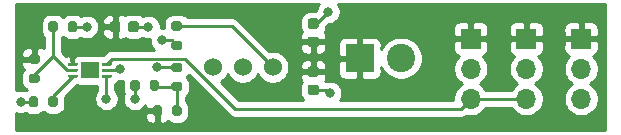
<source format=gbr>
G04 #@! TF.GenerationSoftware,KiCad,Pcbnew,(5.1.8)-1*
G04 #@! TF.CreationDate,2021-02-01T15:12:03-08:00*
G04 #@! TF.ProjectId,Modular_pwm_dac_LTC6992,4d6f6475-6c61-4725-9f70-776d5f646163,rev?*
G04 #@! TF.SameCoordinates,Original*
G04 #@! TF.FileFunction,Copper,L1,Top*
G04 #@! TF.FilePolarity,Positive*
%FSLAX46Y46*%
G04 Gerber Fmt 4.6, Leading zero omitted, Abs format (unit mm)*
G04 Created by KiCad (PCBNEW (5.1.8)-1) date 2021-02-01 15:12:03*
%MOMM*%
%LPD*%
G01*
G04 APERTURE LIST*
G04 #@! TA.AperFunction,ComponentPad*
%ADD10O,1.700000X1.700000*%
G04 #@! TD*
G04 #@! TA.AperFunction,ComponentPad*
%ADD11R,1.700000X1.700000*%
G04 #@! TD*
G04 #@! TA.AperFunction,ComponentPad*
%ADD12R,2.400000X2.400000*%
G04 #@! TD*
G04 #@! TA.AperFunction,ComponentPad*
%ADD13C,2.400000*%
G04 #@! TD*
G04 #@! TA.AperFunction,ComponentPad*
%ADD14C,1.524000*%
G04 #@! TD*
G04 #@! TA.AperFunction,SMDPad,CuDef*
%ADD15R,1.650000X1.350000*%
G04 #@! TD*
G04 #@! TA.AperFunction,ViaPad*
%ADD16C,0.800000*%
G04 #@! TD*
G04 #@! TA.AperFunction,Conductor*
%ADD17C,0.250000*%
G04 #@! TD*
G04 #@! TA.AperFunction,Conductor*
%ADD18C,0.254000*%
G04 #@! TD*
G04 #@! TA.AperFunction,Conductor*
%ADD19C,0.100000*%
G04 #@! TD*
G04 APERTURE END LIST*
D10*
X157924500Y-46736000D03*
X157924500Y-44196000D03*
D11*
X157924500Y-41656000D03*
D10*
X153289000Y-46736000D03*
X153289000Y-44196000D03*
D11*
X153289000Y-41656000D03*
G04 #@! TA.AperFunction,SMDPad,CuDef*
G36*
G01*
X135005000Y-45537000D02*
X135505000Y-45537000D01*
G75*
G02*
X135730000Y-45762000I0J-225000D01*
G01*
X135730000Y-46212000D01*
G75*
G02*
X135505000Y-46437000I-225000J0D01*
G01*
X135005000Y-46437000D01*
G75*
G02*
X134780000Y-46212000I0J225000D01*
G01*
X134780000Y-45762000D01*
G75*
G02*
X135005000Y-45537000I225000J0D01*
G01*
G37*
G04 #@! TD.AperFunction*
G04 #@! TA.AperFunction,SMDPad,CuDef*
G36*
G01*
X135005000Y-43987000D02*
X135505000Y-43987000D01*
G75*
G02*
X135730000Y-44212000I0J-225000D01*
G01*
X135730000Y-44662000D01*
G75*
G02*
X135505000Y-44887000I-225000J0D01*
G01*
X135005000Y-44887000D01*
G75*
G02*
X134780000Y-44662000I0J225000D01*
G01*
X134780000Y-44212000D01*
G75*
G02*
X135005000Y-43987000I225000J0D01*
G01*
G37*
G04 #@! TD.AperFunction*
G04 #@! TA.AperFunction,SMDPad,CuDef*
G36*
G01*
X135505000Y-42373000D02*
X135005000Y-42373000D01*
G75*
G02*
X134780000Y-42148000I0J225000D01*
G01*
X134780000Y-41698000D01*
G75*
G02*
X135005000Y-41473000I225000J0D01*
G01*
X135505000Y-41473000D01*
G75*
G02*
X135730000Y-41698000I0J-225000D01*
G01*
X135730000Y-42148000D01*
G75*
G02*
X135505000Y-42373000I-225000J0D01*
G01*
G37*
G04 #@! TD.AperFunction*
G04 #@! TA.AperFunction,SMDPad,CuDef*
G36*
G01*
X135505000Y-40823000D02*
X135005000Y-40823000D01*
G75*
G02*
X134780000Y-40598000I0J225000D01*
G01*
X134780000Y-40148000D01*
G75*
G02*
X135005000Y-39923000I225000J0D01*
G01*
X135505000Y-39923000D01*
G75*
G02*
X135730000Y-40148000I0J-225000D01*
G01*
X135730000Y-40598000D01*
G75*
G02*
X135505000Y-40823000I-225000J0D01*
G01*
G37*
G04 #@! TD.AperFunction*
G04 #@! TA.AperFunction,SMDPad,CuDef*
G36*
G01*
X120478000Y-40390000D02*
X120478000Y-40890000D01*
G75*
G02*
X120253000Y-41115000I-225000J0D01*
G01*
X119803000Y-41115000D01*
G75*
G02*
X119578000Y-40890000I0J225000D01*
G01*
X119578000Y-40390000D01*
G75*
G02*
X119803000Y-40165000I225000J0D01*
G01*
X120253000Y-40165000D01*
G75*
G02*
X120478000Y-40390000I0J-225000D01*
G01*
G37*
G04 #@! TD.AperFunction*
G04 #@! TA.AperFunction,SMDPad,CuDef*
G36*
G01*
X118928000Y-40390000D02*
X118928000Y-40890000D01*
G75*
G02*
X118703000Y-41115000I-225000J0D01*
G01*
X118253000Y-41115000D01*
G75*
G02*
X118028000Y-40890000I0J225000D01*
G01*
X118028000Y-40390000D01*
G75*
G02*
X118253000Y-40165000I225000J0D01*
G01*
X118703000Y-40165000D01*
G75*
G02*
X118928000Y-40390000I0J-225000D01*
G01*
G37*
G04 #@! TD.AperFunction*
D12*
X139192000Y-43307000D03*
D13*
X142692000Y-43307000D03*
D11*
X148590000Y-41656000D03*
D10*
X148590000Y-44196000D03*
X148590000Y-46736000D03*
G04 #@! TA.AperFunction,SMDPad,CuDef*
G36*
G01*
X115271000Y-40365000D02*
X115271000Y-40915000D01*
G75*
G02*
X115071000Y-41115000I-200000J0D01*
G01*
X114671000Y-41115000D01*
G75*
G02*
X114471000Y-40915000I0J200000D01*
G01*
X114471000Y-40365000D01*
G75*
G02*
X114671000Y-40165000I200000J0D01*
G01*
X115071000Y-40165000D01*
G75*
G02*
X115271000Y-40365000I0J-200000D01*
G01*
G37*
G04 #@! TD.AperFunction*
G04 #@! TA.AperFunction,SMDPad,CuDef*
G36*
G01*
X113621000Y-40365000D02*
X113621000Y-40915000D01*
G75*
G02*
X113421000Y-41115000I-200000J0D01*
G01*
X113021000Y-41115000D01*
G75*
G02*
X112821000Y-40915000I0J200000D01*
G01*
X112821000Y-40365000D01*
G75*
G02*
X113021000Y-40165000I200000J0D01*
G01*
X113421000Y-40165000D01*
G75*
G02*
X113621000Y-40365000I0J-200000D01*
G01*
G37*
G04 #@! TD.AperFunction*
G04 #@! TA.AperFunction,SMDPad,CuDef*
G36*
G01*
X113620000Y-46715000D02*
X113620000Y-47265000D01*
G75*
G02*
X113420000Y-47465000I-200000J0D01*
G01*
X113020000Y-47465000D01*
G75*
G02*
X112820000Y-47265000I0J200000D01*
G01*
X112820000Y-46715000D01*
G75*
G02*
X113020000Y-46515000I200000J0D01*
G01*
X113420000Y-46515000D01*
G75*
G02*
X113620000Y-46715000I0J-200000D01*
G01*
G37*
G04 #@! TD.AperFunction*
G04 #@! TA.AperFunction,SMDPad,CuDef*
G36*
G01*
X111970000Y-46715000D02*
X111970000Y-47265000D01*
G75*
G02*
X111770000Y-47465000I-200000J0D01*
G01*
X111370000Y-47465000D01*
G75*
G02*
X111170000Y-47265000I0J200000D01*
G01*
X111170000Y-46715000D01*
G75*
G02*
X111370000Y-46515000I200000J0D01*
G01*
X111770000Y-46515000D01*
G75*
G02*
X111970000Y-46715000I0J-200000D01*
G01*
G37*
G04 #@! TD.AperFunction*
G04 #@! TA.AperFunction,SMDPad,CuDef*
G36*
G01*
X111908000Y-43771000D02*
X111358000Y-43771000D01*
G75*
G02*
X111158000Y-43571000I0J200000D01*
G01*
X111158000Y-43171000D01*
G75*
G02*
X111358000Y-42971000I200000J0D01*
G01*
X111908000Y-42971000D01*
G75*
G02*
X112108000Y-43171000I0J-200000D01*
G01*
X112108000Y-43571000D01*
G75*
G02*
X111908000Y-43771000I-200000J0D01*
G01*
G37*
G04 #@! TD.AperFunction*
G04 #@! TA.AperFunction,SMDPad,CuDef*
G36*
G01*
X111908000Y-45421000D02*
X111358000Y-45421000D01*
G75*
G02*
X111158000Y-45221000I0J200000D01*
G01*
X111158000Y-44821000D01*
G75*
G02*
X111358000Y-44621000I200000J0D01*
G01*
X111908000Y-44621000D01*
G75*
G02*
X112108000Y-44821000I0J-200000D01*
G01*
X112108000Y-45221000D01*
G75*
G02*
X111908000Y-45421000I-200000J0D01*
G01*
G37*
G04 #@! TD.AperFunction*
G04 #@! TA.AperFunction,SMDPad,CuDef*
G36*
G01*
X119742000Y-45868000D02*
X119742000Y-45318000D01*
G75*
G02*
X119942000Y-45118000I200000J0D01*
G01*
X120342000Y-45118000D01*
G75*
G02*
X120542000Y-45318000I0J-200000D01*
G01*
X120542000Y-45868000D01*
G75*
G02*
X120342000Y-46068000I-200000J0D01*
G01*
X119942000Y-46068000D01*
G75*
G02*
X119742000Y-45868000I0J200000D01*
G01*
G37*
G04 #@! TD.AperFunction*
G04 #@! TA.AperFunction,SMDPad,CuDef*
G36*
G01*
X121392000Y-45868000D02*
X121392000Y-45318000D01*
G75*
G02*
X121592000Y-45118000I200000J0D01*
G01*
X121992000Y-45118000D01*
G75*
G02*
X122192000Y-45318000I0J-200000D01*
G01*
X122192000Y-45868000D01*
G75*
G02*
X121992000Y-46068000I-200000J0D01*
G01*
X121592000Y-46068000D01*
G75*
G02*
X121392000Y-45868000I0J200000D01*
G01*
G37*
G04 #@! TD.AperFunction*
G04 #@! TA.AperFunction,SMDPad,CuDef*
G36*
G01*
X123423000Y-45319000D02*
X123973000Y-45319000D01*
G75*
G02*
X124173000Y-45519000I0J-200000D01*
G01*
X124173000Y-45919000D01*
G75*
G02*
X123973000Y-46119000I-200000J0D01*
G01*
X123423000Y-46119000D01*
G75*
G02*
X123223000Y-45919000I0J200000D01*
G01*
X123223000Y-45519000D01*
G75*
G02*
X123423000Y-45319000I200000J0D01*
G01*
G37*
G04 #@! TD.AperFunction*
G04 #@! TA.AperFunction,SMDPad,CuDef*
G36*
G01*
X123423000Y-43669000D02*
X123973000Y-43669000D01*
G75*
G02*
X124173000Y-43869000I0J-200000D01*
G01*
X124173000Y-44269000D01*
G75*
G02*
X123973000Y-44469000I-200000J0D01*
G01*
X123423000Y-44469000D01*
G75*
G02*
X123223000Y-44269000I0J200000D01*
G01*
X123223000Y-43869000D01*
G75*
G02*
X123423000Y-43669000I200000J0D01*
G01*
G37*
G04 #@! TD.AperFunction*
G04 #@! TA.AperFunction,SMDPad,CuDef*
G36*
G01*
X123973000Y-42627000D02*
X123423000Y-42627000D01*
G75*
G02*
X123223000Y-42427000I0J200000D01*
G01*
X123223000Y-42027000D01*
G75*
G02*
X123423000Y-41827000I200000J0D01*
G01*
X123973000Y-41827000D01*
G75*
G02*
X124173000Y-42027000I0J-200000D01*
G01*
X124173000Y-42427000D01*
G75*
G02*
X123973000Y-42627000I-200000J0D01*
G01*
G37*
G04 #@! TD.AperFunction*
G04 #@! TA.AperFunction,SMDPad,CuDef*
G36*
G01*
X123973000Y-40977000D02*
X123423000Y-40977000D01*
G75*
G02*
X123223000Y-40777000I0J200000D01*
G01*
X123223000Y-40377000D01*
G75*
G02*
X123423000Y-40177000I200000J0D01*
G01*
X123973000Y-40177000D01*
G75*
G02*
X124173000Y-40377000I0J-200000D01*
G01*
X124173000Y-40777000D01*
G75*
G02*
X123973000Y-40977000I-200000J0D01*
G01*
G37*
G04 #@! TD.AperFunction*
G04 #@! TA.AperFunction,SMDPad,CuDef*
G36*
G01*
X123297000Y-48027000D02*
X123297000Y-47477000D01*
G75*
G02*
X123497000Y-47277000I200000J0D01*
G01*
X123897000Y-47277000D01*
G75*
G02*
X124097000Y-47477000I0J-200000D01*
G01*
X124097000Y-48027000D01*
G75*
G02*
X123897000Y-48227000I-200000J0D01*
G01*
X123497000Y-48227000D01*
G75*
G02*
X123297000Y-48027000I0J200000D01*
G01*
G37*
G04 #@! TD.AperFunction*
G04 #@! TA.AperFunction,SMDPad,CuDef*
G36*
G01*
X121647000Y-48027000D02*
X121647000Y-47477000D01*
G75*
G02*
X121847000Y-47277000I200000J0D01*
G01*
X122247000Y-47277000D01*
G75*
G02*
X122447000Y-47477000I0J-200000D01*
G01*
X122447000Y-48027000D01*
G75*
G02*
X122247000Y-48227000I-200000J0D01*
G01*
X121847000Y-48227000D01*
G75*
G02*
X121647000Y-48027000I0J200000D01*
G01*
G37*
G04 #@! TD.AperFunction*
D14*
X126746000Y-44069000D03*
X129286000Y-44069000D03*
X131826000Y-44069000D03*
G04 #@! TA.AperFunction,SMDPad,CuDef*
G36*
G01*
X114482000Y-43885500D02*
X114482000Y-43760500D01*
G75*
G02*
X114544500Y-43698000I62500J0D01*
G01*
X115244500Y-43698000D01*
G75*
G02*
X115307000Y-43760500I0J-62500D01*
G01*
X115307000Y-43885500D01*
G75*
G02*
X115244500Y-43948000I-62500J0D01*
G01*
X114544500Y-43948000D01*
G75*
G02*
X114482000Y-43885500I0J62500D01*
G01*
G37*
G04 #@! TD.AperFunction*
G04 #@! TA.AperFunction,SMDPad,CuDef*
G36*
G01*
X114482000Y-44385500D02*
X114482000Y-44260500D01*
G75*
G02*
X114544500Y-44198000I62500J0D01*
G01*
X115244500Y-44198000D01*
G75*
G02*
X115307000Y-44260500I0J-62500D01*
G01*
X115307000Y-44385500D01*
G75*
G02*
X115244500Y-44448000I-62500J0D01*
G01*
X114544500Y-44448000D01*
G75*
G02*
X114482000Y-44385500I0J62500D01*
G01*
G37*
G04 #@! TD.AperFunction*
G04 #@! TA.AperFunction,SMDPad,CuDef*
G36*
G01*
X114482000Y-44885500D02*
X114482000Y-44760500D01*
G75*
G02*
X114544500Y-44698000I62500J0D01*
G01*
X115244500Y-44698000D01*
G75*
G02*
X115307000Y-44760500I0J-62500D01*
G01*
X115307000Y-44885500D01*
G75*
G02*
X115244500Y-44948000I-62500J0D01*
G01*
X114544500Y-44948000D01*
G75*
G02*
X114482000Y-44885500I0J62500D01*
G01*
G37*
G04 #@! TD.AperFunction*
G04 #@! TA.AperFunction,SMDPad,CuDef*
G36*
G01*
X117357000Y-44885500D02*
X117357000Y-44760500D01*
G75*
G02*
X117419500Y-44698000I62500J0D01*
G01*
X118119500Y-44698000D01*
G75*
G02*
X118182000Y-44760500I0J-62500D01*
G01*
X118182000Y-44885500D01*
G75*
G02*
X118119500Y-44948000I-62500J0D01*
G01*
X117419500Y-44948000D01*
G75*
G02*
X117357000Y-44885500I0J62500D01*
G01*
G37*
G04 #@! TD.AperFunction*
G04 #@! TA.AperFunction,SMDPad,CuDef*
G36*
G01*
X117357000Y-44385500D02*
X117357000Y-44260500D01*
G75*
G02*
X117419500Y-44198000I62500J0D01*
G01*
X118119500Y-44198000D01*
G75*
G02*
X118182000Y-44260500I0J-62500D01*
G01*
X118182000Y-44385500D01*
G75*
G02*
X118119500Y-44448000I-62500J0D01*
G01*
X117419500Y-44448000D01*
G75*
G02*
X117357000Y-44385500I0J62500D01*
G01*
G37*
G04 #@! TD.AperFunction*
G04 #@! TA.AperFunction,SMDPad,CuDef*
G36*
G01*
X117357000Y-43885500D02*
X117357000Y-43760500D01*
G75*
G02*
X117419500Y-43698000I62500J0D01*
G01*
X118119500Y-43698000D01*
G75*
G02*
X118182000Y-43760500I0J-62500D01*
G01*
X118182000Y-43885500D01*
G75*
G02*
X118119500Y-43948000I-62500J0D01*
G01*
X117419500Y-43948000D01*
G75*
G02*
X117357000Y-43885500I0J62500D01*
G01*
G37*
G04 #@! TD.AperFunction*
D15*
X116332000Y-44323000D03*
D16*
X110490000Y-46990000D03*
X118872000Y-44196000D03*
X121285000Y-40640000D03*
X116078000Y-40640000D03*
X120142000Y-46736000D03*
X122428000Y-41783000D03*
X136525000Y-39370000D03*
X136652000Y-46228000D03*
X122047000Y-44069000D03*
X117729000Y-46736000D03*
D17*
X135522000Y-40373000D02*
X136525000Y-39370000D01*
X135255000Y-40373000D02*
X135522000Y-40373000D01*
X123254000Y-41783000D02*
X123698000Y-42227000D01*
X122428000Y-41783000D02*
X123254000Y-41783000D01*
X121285000Y-40640000D02*
X120028000Y-40640000D01*
X116078000Y-40640000D02*
X114871000Y-40640000D01*
X110490000Y-46990000D02*
X111570000Y-46990000D01*
X118745000Y-44323000D02*
X117769500Y-44323000D01*
X118872000Y-44196000D02*
X118745000Y-44323000D01*
X120142000Y-46736000D02*
X120142000Y-45593000D01*
X136411000Y-45987000D02*
X136652000Y-46228000D01*
X135255000Y-45987000D02*
X136411000Y-45987000D01*
X114894500Y-43823000D02*
X114894500Y-43647500D01*
X148590000Y-41656000D02*
X153289000Y-41656000D01*
X147740001Y-47585999D02*
X148590000Y-46736000D01*
X128654237Y-47585999D02*
X147740001Y-47585999D01*
X124412228Y-43343990D02*
X128654237Y-47585999D01*
X118248510Y-43343990D02*
X124412228Y-43343990D01*
X117769500Y-43823000D02*
X118248510Y-43343990D01*
X148590000Y-46736000D02*
X153289000Y-46736000D01*
X114433978Y-44323000D02*
X114894500Y-44323000D01*
X113221000Y-43110022D02*
X114433978Y-44323000D01*
X113221000Y-40640000D02*
X113221000Y-43110022D01*
X111633000Y-44698022D02*
X113221000Y-43110022D01*
X111633000Y-45021000D02*
X111633000Y-44698022D01*
X113220000Y-46497500D02*
X114894500Y-44823000D01*
X113220000Y-46990000D02*
X113220000Y-46497500D01*
X123697000Y-45720000D02*
X123698000Y-45719000D01*
X123697000Y-47752000D02*
X123697000Y-45720000D01*
X121918000Y-45719000D02*
X121792000Y-45593000D01*
X123698000Y-45719000D02*
X121918000Y-45719000D01*
X122047000Y-44069000D02*
X123698000Y-44069000D01*
X128334000Y-40577000D02*
X131826000Y-44069000D01*
X123698000Y-40577000D02*
X128334000Y-40577000D01*
X117729000Y-44863500D02*
X117769500Y-44823000D01*
X117729000Y-46736000D02*
X117729000Y-44863500D01*
D18*
X135607795Y-38879744D02*
X135529774Y-39068102D01*
X135490000Y-39268061D01*
X135490000Y-39284928D01*
X135005000Y-39284928D01*
X134836623Y-39301512D01*
X134674717Y-39350625D01*
X134525503Y-39430382D01*
X134394716Y-39537716D01*
X134287382Y-39668503D01*
X134207625Y-39817717D01*
X134158512Y-39979623D01*
X134141928Y-40148000D01*
X134141928Y-40598000D01*
X134158512Y-40766377D01*
X134207625Y-40928283D01*
X134285700Y-41074351D01*
X134249463Y-41118506D01*
X134190498Y-41228820D01*
X134154188Y-41348518D01*
X134141928Y-41473000D01*
X134145000Y-41637250D01*
X134303750Y-41796000D01*
X135128000Y-41796000D01*
X135128000Y-41776000D01*
X135382000Y-41776000D01*
X135382000Y-41796000D01*
X136206250Y-41796000D01*
X136365000Y-41637250D01*
X136368072Y-41473000D01*
X136355812Y-41348518D01*
X136319502Y-41228820D01*
X136260537Y-41118506D01*
X136224300Y-41074351D01*
X136302375Y-40928283D01*
X136339468Y-40806000D01*
X147101928Y-40806000D01*
X147105000Y-41370250D01*
X147263750Y-41529000D01*
X148463000Y-41529000D01*
X148463000Y-40329750D01*
X148717000Y-40329750D01*
X148717000Y-41529000D01*
X149916250Y-41529000D01*
X150075000Y-41370250D01*
X150078072Y-40806000D01*
X151800928Y-40806000D01*
X151804000Y-41370250D01*
X151962750Y-41529000D01*
X153162000Y-41529000D01*
X153162000Y-40329750D01*
X153416000Y-40329750D01*
X153416000Y-41529000D01*
X154615250Y-41529000D01*
X154774000Y-41370250D01*
X154777072Y-40806000D01*
X156436428Y-40806000D01*
X156439500Y-41370250D01*
X156598250Y-41529000D01*
X157797500Y-41529000D01*
X157797500Y-40329750D01*
X158051500Y-40329750D01*
X158051500Y-41529000D01*
X159250750Y-41529000D01*
X159409500Y-41370250D01*
X159412572Y-40806000D01*
X159400312Y-40681518D01*
X159364002Y-40561820D01*
X159305037Y-40451506D01*
X159225685Y-40354815D01*
X159128994Y-40275463D01*
X159018680Y-40216498D01*
X158898982Y-40180188D01*
X158774500Y-40167928D01*
X158210250Y-40171000D01*
X158051500Y-40329750D01*
X157797500Y-40329750D01*
X157638750Y-40171000D01*
X157074500Y-40167928D01*
X156950018Y-40180188D01*
X156830320Y-40216498D01*
X156720006Y-40275463D01*
X156623315Y-40354815D01*
X156543963Y-40451506D01*
X156484998Y-40561820D01*
X156448688Y-40681518D01*
X156436428Y-40806000D01*
X154777072Y-40806000D01*
X154764812Y-40681518D01*
X154728502Y-40561820D01*
X154669537Y-40451506D01*
X154590185Y-40354815D01*
X154493494Y-40275463D01*
X154383180Y-40216498D01*
X154263482Y-40180188D01*
X154139000Y-40167928D01*
X153574750Y-40171000D01*
X153416000Y-40329750D01*
X153162000Y-40329750D01*
X153003250Y-40171000D01*
X152439000Y-40167928D01*
X152314518Y-40180188D01*
X152194820Y-40216498D01*
X152084506Y-40275463D01*
X151987815Y-40354815D01*
X151908463Y-40451506D01*
X151849498Y-40561820D01*
X151813188Y-40681518D01*
X151800928Y-40806000D01*
X150078072Y-40806000D01*
X150065812Y-40681518D01*
X150029502Y-40561820D01*
X149970537Y-40451506D01*
X149891185Y-40354815D01*
X149794494Y-40275463D01*
X149684180Y-40216498D01*
X149564482Y-40180188D01*
X149440000Y-40167928D01*
X148875750Y-40171000D01*
X148717000Y-40329750D01*
X148463000Y-40329750D01*
X148304250Y-40171000D01*
X147740000Y-40167928D01*
X147615518Y-40180188D01*
X147495820Y-40216498D01*
X147385506Y-40275463D01*
X147288815Y-40354815D01*
X147209463Y-40451506D01*
X147150498Y-40561820D01*
X147114188Y-40681518D01*
X147101928Y-40806000D01*
X136339468Y-40806000D01*
X136351488Y-40766377D01*
X136367665Y-40602137D01*
X136564802Y-40405000D01*
X136626939Y-40405000D01*
X136826898Y-40365226D01*
X137015256Y-40287205D01*
X137184774Y-40173937D01*
X137328937Y-40029774D01*
X137442205Y-39860256D01*
X137520226Y-39671898D01*
X137560000Y-39471939D01*
X137560000Y-39268061D01*
X137520226Y-39068102D01*
X137442205Y-38879744D01*
X137345490Y-38735000D01*
X159956500Y-38735000D01*
X159956500Y-49403000D01*
X110109000Y-49403000D01*
X110109000Y-48227000D01*
X121008928Y-48227000D01*
X121021188Y-48351482D01*
X121057498Y-48471180D01*
X121116463Y-48581494D01*
X121195815Y-48678185D01*
X121292506Y-48757537D01*
X121402820Y-48816502D01*
X121522518Y-48852812D01*
X121647000Y-48865072D01*
X121761250Y-48862000D01*
X121920000Y-48703250D01*
X121920000Y-47879000D01*
X121170750Y-47879000D01*
X121012000Y-48037750D01*
X121008928Y-48227000D01*
X110109000Y-48227000D01*
X110109000Y-47952461D01*
X110188102Y-47985226D01*
X110388061Y-48025000D01*
X110591939Y-48025000D01*
X110791898Y-47985226D01*
X110885604Y-47946412D01*
X110904392Y-47961831D01*
X111049284Y-48039278D01*
X111206500Y-48086969D01*
X111370000Y-48103072D01*
X111770000Y-48103072D01*
X111933500Y-48086969D01*
X112090716Y-48039278D01*
X112235608Y-47961831D01*
X112362606Y-47857606D01*
X112395000Y-47818134D01*
X112427394Y-47857606D01*
X112554392Y-47961831D01*
X112699284Y-48039278D01*
X112856500Y-48086969D01*
X113020000Y-48103072D01*
X113420000Y-48103072D01*
X113583500Y-48086969D01*
X113740716Y-48039278D01*
X113885608Y-47961831D01*
X114012606Y-47857606D01*
X114116831Y-47730608D01*
X114194278Y-47585716D01*
X114241969Y-47428500D01*
X114258072Y-47265000D01*
X114258072Y-46715000D01*
X114241969Y-46551500D01*
X114241697Y-46550604D01*
X115206230Y-45586072D01*
X115244500Y-45586072D01*
X115257711Y-45584771D01*
X115262820Y-45587502D01*
X115382518Y-45623812D01*
X115507000Y-45636072D01*
X116969001Y-45636072D01*
X116969000Y-46032289D01*
X116925063Y-46076226D01*
X116811795Y-46245744D01*
X116733774Y-46434102D01*
X116694000Y-46634061D01*
X116694000Y-46837939D01*
X116733774Y-47037898D01*
X116811795Y-47226256D01*
X116925063Y-47395774D01*
X117069226Y-47539937D01*
X117238744Y-47653205D01*
X117427102Y-47731226D01*
X117627061Y-47771000D01*
X117830939Y-47771000D01*
X118030898Y-47731226D01*
X118219256Y-47653205D01*
X118388774Y-47539937D01*
X118532937Y-47395774D01*
X118646205Y-47226256D01*
X118724226Y-47037898D01*
X118764000Y-46837939D01*
X118764000Y-46634061D01*
X118724226Y-46434102D01*
X118646205Y-46245744D01*
X118532937Y-46076226D01*
X118489000Y-46032289D01*
X118489000Y-45478543D01*
X118508717Y-45468004D01*
X118614879Y-45380879D01*
X118702004Y-45274717D01*
X118729666Y-45222965D01*
X118770061Y-45231000D01*
X118973939Y-45231000D01*
X119115265Y-45202889D01*
X119103928Y-45318000D01*
X119103928Y-45868000D01*
X119120031Y-46031500D01*
X119167722Y-46188716D01*
X119213186Y-46273772D01*
X119146774Y-46434102D01*
X119107000Y-46634061D01*
X119107000Y-46837939D01*
X119146774Y-47037898D01*
X119224795Y-47226256D01*
X119338063Y-47395774D01*
X119482226Y-47539937D01*
X119651744Y-47653205D01*
X119840102Y-47731226D01*
X120040061Y-47771000D01*
X120243939Y-47771000D01*
X120443898Y-47731226D01*
X120632256Y-47653205D01*
X120801774Y-47539937D01*
X120945937Y-47395774D01*
X121009316Y-47300920D01*
X121012000Y-47466250D01*
X121170750Y-47625000D01*
X121920000Y-47625000D01*
X121920000Y-47605000D01*
X122174000Y-47605000D01*
X122174000Y-47625000D01*
X122194000Y-47625000D01*
X122194000Y-47879000D01*
X122174000Y-47879000D01*
X122174000Y-48703250D01*
X122332750Y-48862000D01*
X122447000Y-48865072D01*
X122571482Y-48852812D01*
X122691180Y-48816502D01*
X122801494Y-48757537D01*
X122898185Y-48678185D01*
X122929410Y-48640137D01*
X123031392Y-48723831D01*
X123176284Y-48801278D01*
X123333500Y-48848969D01*
X123497000Y-48865072D01*
X123897000Y-48865072D01*
X124060500Y-48848969D01*
X124217716Y-48801278D01*
X124362608Y-48723831D01*
X124489606Y-48619606D01*
X124593831Y-48492608D01*
X124671278Y-48347716D01*
X124718969Y-48190500D01*
X124735072Y-48027000D01*
X124735072Y-47477000D01*
X124718969Y-47313500D01*
X124671278Y-47156284D01*
X124593831Y-47011392D01*
X124489606Y-46884394D01*
X124457000Y-46857635D01*
X124457000Y-46600737D01*
X124565606Y-46511606D01*
X124669831Y-46384608D01*
X124747278Y-46239716D01*
X124794969Y-46082500D01*
X124811072Y-45919000D01*
X124811072Y-45519000D01*
X124794969Y-45355500D01*
X124747278Y-45198284D01*
X124669831Y-45053392D01*
X124565606Y-44926394D01*
X124526134Y-44894000D01*
X124565606Y-44861606D01*
X124669831Y-44734608D01*
X124690109Y-44696672D01*
X128090438Y-48097002D01*
X128114236Y-48126000D01*
X128229961Y-48220973D01*
X128361990Y-48291545D01*
X128505251Y-48335002D01*
X128616904Y-48345999D01*
X128616912Y-48345999D01*
X128654237Y-48349675D01*
X128691562Y-48345999D01*
X147702679Y-48345999D01*
X147740001Y-48349675D01*
X147777323Y-48345999D01*
X147777334Y-48345999D01*
X147888987Y-48335002D01*
X148032248Y-48291545D01*
X148164277Y-48220973D01*
X148218771Y-48176251D01*
X148443740Y-48221000D01*
X148736260Y-48221000D01*
X149023158Y-48163932D01*
X149293411Y-48051990D01*
X149536632Y-47889475D01*
X149743475Y-47682632D01*
X149868178Y-47496000D01*
X152010822Y-47496000D01*
X152135525Y-47682632D01*
X152342368Y-47889475D01*
X152585589Y-48051990D01*
X152855842Y-48163932D01*
X153142740Y-48221000D01*
X153435260Y-48221000D01*
X153722158Y-48163932D01*
X153992411Y-48051990D01*
X154235632Y-47889475D01*
X154442475Y-47682632D01*
X154604990Y-47439411D01*
X154716932Y-47169158D01*
X154774000Y-46882260D01*
X154774000Y-46589740D01*
X154716932Y-46302842D01*
X154604990Y-46032589D01*
X154442475Y-45789368D01*
X154235632Y-45582525D01*
X154061240Y-45466000D01*
X154235632Y-45349475D01*
X154442475Y-45142632D01*
X154604990Y-44899411D01*
X154716932Y-44629158D01*
X154774000Y-44342260D01*
X154774000Y-44049740D01*
X154716932Y-43762842D01*
X154604990Y-43492589D01*
X154442475Y-43249368D01*
X154310620Y-43117513D01*
X154383180Y-43095502D01*
X154493494Y-43036537D01*
X154590185Y-42957185D01*
X154669537Y-42860494D01*
X154728502Y-42750180D01*
X154764812Y-42630482D01*
X154777072Y-42506000D01*
X156436428Y-42506000D01*
X156448688Y-42630482D01*
X156484998Y-42750180D01*
X156543963Y-42860494D01*
X156623315Y-42957185D01*
X156720006Y-43036537D01*
X156830320Y-43095502D01*
X156902880Y-43117513D01*
X156771025Y-43249368D01*
X156608510Y-43492589D01*
X156496568Y-43762842D01*
X156439500Y-44049740D01*
X156439500Y-44342260D01*
X156496568Y-44629158D01*
X156608510Y-44899411D01*
X156771025Y-45142632D01*
X156977868Y-45349475D01*
X157152260Y-45466000D01*
X156977868Y-45582525D01*
X156771025Y-45789368D01*
X156608510Y-46032589D01*
X156496568Y-46302842D01*
X156439500Y-46589740D01*
X156439500Y-46882260D01*
X156496568Y-47169158D01*
X156608510Y-47439411D01*
X156771025Y-47682632D01*
X156977868Y-47889475D01*
X157221089Y-48051990D01*
X157491342Y-48163932D01*
X157778240Y-48221000D01*
X158070760Y-48221000D01*
X158357658Y-48163932D01*
X158627911Y-48051990D01*
X158871132Y-47889475D01*
X159077975Y-47682632D01*
X159240490Y-47439411D01*
X159352432Y-47169158D01*
X159409500Y-46882260D01*
X159409500Y-46589740D01*
X159352432Y-46302842D01*
X159240490Y-46032589D01*
X159077975Y-45789368D01*
X158871132Y-45582525D01*
X158696740Y-45466000D01*
X158871132Y-45349475D01*
X159077975Y-45142632D01*
X159240490Y-44899411D01*
X159352432Y-44629158D01*
X159409500Y-44342260D01*
X159409500Y-44049740D01*
X159352432Y-43762842D01*
X159240490Y-43492589D01*
X159077975Y-43249368D01*
X158946120Y-43117513D01*
X159018680Y-43095502D01*
X159128994Y-43036537D01*
X159225685Y-42957185D01*
X159305037Y-42860494D01*
X159364002Y-42750180D01*
X159400312Y-42630482D01*
X159412572Y-42506000D01*
X159409500Y-41941750D01*
X159250750Y-41783000D01*
X158051500Y-41783000D01*
X158051500Y-41803000D01*
X157797500Y-41803000D01*
X157797500Y-41783000D01*
X156598250Y-41783000D01*
X156439500Y-41941750D01*
X156436428Y-42506000D01*
X154777072Y-42506000D01*
X154774000Y-41941750D01*
X154615250Y-41783000D01*
X153416000Y-41783000D01*
X153416000Y-41803000D01*
X153162000Y-41803000D01*
X153162000Y-41783000D01*
X151962750Y-41783000D01*
X151804000Y-41941750D01*
X151800928Y-42506000D01*
X151813188Y-42630482D01*
X151849498Y-42750180D01*
X151908463Y-42860494D01*
X151987815Y-42957185D01*
X152084506Y-43036537D01*
X152194820Y-43095502D01*
X152267380Y-43117513D01*
X152135525Y-43249368D01*
X151973010Y-43492589D01*
X151861068Y-43762842D01*
X151804000Y-44049740D01*
X151804000Y-44342260D01*
X151861068Y-44629158D01*
X151973010Y-44899411D01*
X152135525Y-45142632D01*
X152342368Y-45349475D01*
X152516760Y-45466000D01*
X152342368Y-45582525D01*
X152135525Y-45789368D01*
X152010822Y-45976000D01*
X149868178Y-45976000D01*
X149743475Y-45789368D01*
X149536632Y-45582525D01*
X149362240Y-45466000D01*
X149536632Y-45349475D01*
X149743475Y-45142632D01*
X149905990Y-44899411D01*
X150017932Y-44629158D01*
X150075000Y-44342260D01*
X150075000Y-44049740D01*
X150017932Y-43762842D01*
X149905990Y-43492589D01*
X149743475Y-43249368D01*
X149611620Y-43117513D01*
X149684180Y-43095502D01*
X149794494Y-43036537D01*
X149891185Y-42957185D01*
X149970537Y-42860494D01*
X150029502Y-42750180D01*
X150065812Y-42630482D01*
X150078072Y-42506000D01*
X150075000Y-41941750D01*
X149916250Y-41783000D01*
X148717000Y-41783000D01*
X148717000Y-41803000D01*
X148463000Y-41803000D01*
X148463000Y-41783000D01*
X147263750Y-41783000D01*
X147105000Y-41941750D01*
X147101928Y-42506000D01*
X147114188Y-42630482D01*
X147150498Y-42750180D01*
X147209463Y-42860494D01*
X147288815Y-42957185D01*
X147385506Y-43036537D01*
X147495820Y-43095502D01*
X147568380Y-43117513D01*
X147436525Y-43249368D01*
X147274010Y-43492589D01*
X147162068Y-43762842D01*
X147105000Y-44049740D01*
X147105000Y-44342260D01*
X147162068Y-44629158D01*
X147274010Y-44899411D01*
X147436525Y-45142632D01*
X147643368Y-45349475D01*
X147817760Y-45466000D01*
X147643368Y-45582525D01*
X147436525Y-45789368D01*
X147274010Y-46032589D01*
X147162068Y-46302842D01*
X147105000Y-46589740D01*
X147105000Y-46825999D01*
X137497214Y-46825999D01*
X137569205Y-46718256D01*
X137647226Y-46529898D01*
X137687000Y-46329939D01*
X137687000Y-46126061D01*
X137647226Y-45926102D01*
X137569205Y-45737744D01*
X137455937Y-45568226D01*
X137311774Y-45424063D01*
X137142256Y-45310795D01*
X136953898Y-45232774D01*
X136753939Y-45193000D01*
X136550061Y-45193000D01*
X136384478Y-45225936D01*
X136373678Y-45227000D01*
X136268284Y-45227000D01*
X136319502Y-45131180D01*
X136355812Y-45011482D01*
X136368072Y-44887000D01*
X136365000Y-44722750D01*
X136206250Y-44564000D01*
X135382000Y-44564000D01*
X135382000Y-44584000D01*
X135128000Y-44584000D01*
X135128000Y-44564000D01*
X134303750Y-44564000D01*
X134145000Y-44722750D01*
X134141928Y-44887000D01*
X134154188Y-45011482D01*
X134190498Y-45131180D01*
X134249463Y-45241494D01*
X134285700Y-45285649D01*
X134207625Y-45431717D01*
X134158512Y-45593623D01*
X134141928Y-45762000D01*
X134141928Y-46212000D01*
X134158512Y-46380377D01*
X134207625Y-46542283D01*
X134287382Y-46691497D01*
X134394716Y-46822284D01*
X134399243Y-46825999D01*
X128969039Y-46825999D01*
X127433095Y-45290055D01*
X127636535Y-45154120D01*
X127831120Y-44959535D01*
X127984005Y-44730727D01*
X128016000Y-44653485D01*
X128047995Y-44730727D01*
X128200880Y-44959535D01*
X128395465Y-45154120D01*
X128624273Y-45307005D01*
X128878510Y-45412314D01*
X129148408Y-45466000D01*
X129423592Y-45466000D01*
X129693490Y-45412314D01*
X129947727Y-45307005D01*
X130176535Y-45154120D01*
X130371120Y-44959535D01*
X130524005Y-44730727D01*
X130556000Y-44653485D01*
X130587995Y-44730727D01*
X130740880Y-44959535D01*
X130935465Y-45154120D01*
X131164273Y-45307005D01*
X131418510Y-45412314D01*
X131688408Y-45466000D01*
X131963592Y-45466000D01*
X132233490Y-45412314D01*
X132487727Y-45307005D01*
X132716535Y-45154120D01*
X132911120Y-44959535D01*
X133064005Y-44730727D01*
X133156676Y-44507000D01*
X137353928Y-44507000D01*
X137366188Y-44631482D01*
X137402498Y-44751180D01*
X137461463Y-44861494D01*
X137540815Y-44958185D01*
X137637506Y-45037537D01*
X137747820Y-45096502D01*
X137867518Y-45132812D01*
X137992000Y-45145072D01*
X138906250Y-45142000D01*
X139065000Y-44983250D01*
X139065000Y-43434000D01*
X137515750Y-43434000D01*
X137357000Y-43592750D01*
X137353928Y-44507000D01*
X133156676Y-44507000D01*
X133169314Y-44476490D01*
X133223000Y-44206592D01*
X133223000Y-43987000D01*
X134141928Y-43987000D01*
X134145000Y-44151250D01*
X134303750Y-44310000D01*
X135128000Y-44310000D01*
X135128000Y-43510750D01*
X135382000Y-43510750D01*
X135382000Y-44310000D01*
X136206250Y-44310000D01*
X136365000Y-44151250D01*
X136368072Y-43987000D01*
X136355812Y-43862518D01*
X136319502Y-43742820D01*
X136260537Y-43632506D01*
X136181185Y-43535815D01*
X136084494Y-43456463D01*
X135974180Y-43397498D01*
X135854482Y-43361188D01*
X135730000Y-43348928D01*
X135540750Y-43352000D01*
X135382000Y-43510750D01*
X135128000Y-43510750D01*
X134969250Y-43352000D01*
X134780000Y-43348928D01*
X134655518Y-43361188D01*
X134535820Y-43397498D01*
X134425506Y-43456463D01*
X134328815Y-43535815D01*
X134249463Y-43632506D01*
X134190498Y-43742820D01*
X134154188Y-43862518D01*
X134141928Y-43987000D01*
X133223000Y-43987000D01*
X133223000Y-43931408D01*
X133169314Y-43661510D01*
X133064005Y-43407273D01*
X132911120Y-43178465D01*
X132716535Y-42983880D01*
X132487727Y-42830995D01*
X132233490Y-42725686D01*
X131963592Y-42672000D01*
X131688408Y-42672000D01*
X131534430Y-42702628D01*
X131204802Y-42373000D01*
X134141928Y-42373000D01*
X134154188Y-42497482D01*
X134190498Y-42617180D01*
X134249463Y-42727494D01*
X134328815Y-42824185D01*
X134425506Y-42903537D01*
X134535820Y-42962502D01*
X134655518Y-42998812D01*
X134780000Y-43011072D01*
X134969250Y-43008000D01*
X135128000Y-42849250D01*
X135128000Y-42050000D01*
X135382000Y-42050000D01*
X135382000Y-42849250D01*
X135540750Y-43008000D01*
X135730000Y-43011072D01*
X135854482Y-42998812D01*
X135974180Y-42962502D01*
X136084494Y-42903537D01*
X136181185Y-42824185D01*
X136260537Y-42727494D01*
X136319502Y-42617180D01*
X136355812Y-42497482D01*
X136368072Y-42373000D01*
X136365000Y-42208750D01*
X136263250Y-42107000D01*
X137353928Y-42107000D01*
X137357000Y-43021250D01*
X137515750Y-43180000D01*
X139065000Y-43180000D01*
X139065000Y-41630750D01*
X139319000Y-41630750D01*
X139319000Y-43180000D01*
X139339000Y-43180000D01*
X139339000Y-43434000D01*
X139319000Y-43434000D01*
X139319000Y-44983250D01*
X139477750Y-45142000D01*
X140392000Y-45145072D01*
X140516482Y-45132812D01*
X140636180Y-45096502D01*
X140746494Y-45037537D01*
X140843185Y-44958185D01*
X140922537Y-44861494D01*
X140981502Y-44751180D01*
X141017812Y-44631482D01*
X141030072Y-44507000D01*
X141028659Y-44086426D01*
X141065844Y-44176199D01*
X141266662Y-44476744D01*
X141522256Y-44732338D01*
X141822801Y-44933156D01*
X142156750Y-45071482D01*
X142511268Y-45142000D01*
X142872732Y-45142000D01*
X143227250Y-45071482D01*
X143561199Y-44933156D01*
X143861744Y-44732338D01*
X144117338Y-44476744D01*
X144318156Y-44176199D01*
X144456482Y-43842250D01*
X144527000Y-43487732D01*
X144527000Y-43126268D01*
X144456482Y-42771750D01*
X144318156Y-42437801D01*
X144117338Y-42137256D01*
X143861744Y-41881662D01*
X143561199Y-41680844D01*
X143227250Y-41542518D01*
X142872732Y-41472000D01*
X142511268Y-41472000D01*
X142156750Y-41542518D01*
X141822801Y-41680844D01*
X141522256Y-41881662D01*
X141266662Y-42137256D01*
X141065844Y-42437801D01*
X141028659Y-42527574D01*
X141030072Y-42107000D01*
X141017812Y-41982518D01*
X140981502Y-41862820D01*
X140922537Y-41752506D01*
X140843185Y-41655815D01*
X140746494Y-41576463D01*
X140636180Y-41517498D01*
X140516482Y-41481188D01*
X140392000Y-41468928D01*
X139477750Y-41472000D01*
X139319000Y-41630750D01*
X139065000Y-41630750D01*
X138906250Y-41472000D01*
X137992000Y-41468928D01*
X137867518Y-41481188D01*
X137747820Y-41517498D01*
X137637506Y-41576463D01*
X137540815Y-41655815D01*
X137461463Y-41752506D01*
X137402498Y-41862820D01*
X137366188Y-41982518D01*
X137353928Y-42107000D01*
X136263250Y-42107000D01*
X136206250Y-42050000D01*
X135382000Y-42050000D01*
X135128000Y-42050000D01*
X134303750Y-42050000D01*
X134145000Y-42208750D01*
X134141928Y-42373000D01*
X131204802Y-42373000D01*
X128897804Y-40066003D01*
X128874001Y-40036999D01*
X128758276Y-39942026D01*
X128626247Y-39871454D01*
X128482986Y-39827997D01*
X128371333Y-39817000D01*
X128371322Y-39817000D01*
X128334000Y-39813324D01*
X128296678Y-39817000D01*
X124592365Y-39817000D01*
X124565606Y-39784394D01*
X124438608Y-39680169D01*
X124293716Y-39602722D01*
X124136500Y-39555031D01*
X123973000Y-39538928D01*
X123423000Y-39538928D01*
X123259500Y-39555031D01*
X123102284Y-39602722D01*
X122957392Y-39680169D01*
X122830394Y-39784394D01*
X122726169Y-39911392D01*
X122648722Y-40056284D01*
X122601031Y-40213500D01*
X122584928Y-40377000D01*
X122584928Y-40758938D01*
X122529939Y-40748000D01*
X122326061Y-40748000D01*
X122318495Y-40749505D01*
X122320000Y-40741939D01*
X122320000Y-40538061D01*
X122280226Y-40338102D01*
X122202205Y-40149744D01*
X122088937Y-39980226D01*
X121944774Y-39836063D01*
X121775256Y-39722795D01*
X121586898Y-39644774D01*
X121386939Y-39605000D01*
X121183061Y-39605000D01*
X120983102Y-39644774D01*
X120794744Y-39722795D01*
X120794293Y-39723096D01*
X120732497Y-39672382D01*
X120583283Y-39592625D01*
X120421377Y-39543512D01*
X120253000Y-39526928D01*
X119803000Y-39526928D01*
X119634623Y-39543512D01*
X119472717Y-39592625D01*
X119326649Y-39670700D01*
X119282494Y-39634463D01*
X119172180Y-39575498D01*
X119052482Y-39539188D01*
X118928000Y-39526928D01*
X118763750Y-39530000D01*
X118605000Y-39688750D01*
X118605000Y-40513000D01*
X118625000Y-40513000D01*
X118625000Y-40767000D01*
X118605000Y-40767000D01*
X118605000Y-41591250D01*
X118763750Y-41750000D01*
X118928000Y-41753072D01*
X119052482Y-41740812D01*
X119172180Y-41704502D01*
X119282494Y-41645537D01*
X119326649Y-41609300D01*
X119472717Y-41687375D01*
X119634623Y-41736488D01*
X119803000Y-41753072D01*
X120253000Y-41753072D01*
X120421377Y-41736488D01*
X120583283Y-41687375D01*
X120732497Y-41607618D01*
X120794293Y-41556904D01*
X120794744Y-41557205D01*
X120983102Y-41635226D01*
X121183061Y-41675000D01*
X121386939Y-41675000D01*
X121394505Y-41673495D01*
X121393000Y-41681061D01*
X121393000Y-41884939D01*
X121432774Y-42084898D01*
X121510795Y-42273256D01*
X121624063Y-42442774D01*
X121765279Y-42583990D01*
X118285832Y-42583990D01*
X118248509Y-42580314D01*
X118211186Y-42583990D01*
X118211177Y-42583990D01*
X118099524Y-42594987D01*
X117956263Y-42638444D01*
X117824234Y-42709016D01*
X117708509Y-42803989D01*
X117684710Y-42832988D01*
X117457771Y-43059928D01*
X117419500Y-43059928D01*
X117406289Y-43061229D01*
X117401180Y-43058498D01*
X117281482Y-43022188D01*
X117157000Y-43009928D01*
X115507000Y-43009928D01*
X115382518Y-43022188D01*
X115262820Y-43058498D01*
X115258175Y-43060981D01*
X115180250Y-43063000D01*
X115021500Y-43221750D01*
X115021500Y-43238628D01*
X114976463Y-43293506D01*
X114917498Y-43403820D01*
X114881188Y-43523518D01*
X114877602Y-43559928D01*
X114767500Y-43559928D01*
X114767500Y-43221750D01*
X114608750Y-43063000D01*
X114496746Y-43060098D01*
X114372014Y-43069479D01*
X114280676Y-43094896D01*
X113981000Y-42795221D01*
X113981000Y-41534365D01*
X114013606Y-41507606D01*
X114046000Y-41468134D01*
X114078394Y-41507606D01*
X114205392Y-41611831D01*
X114350284Y-41689278D01*
X114507500Y-41736969D01*
X114671000Y-41753072D01*
X115071000Y-41753072D01*
X115234500Y-41736969D01*
X115391716Y-41689278D01*
X115536608Y-41611831D01*
X115597996Y-41561451D01*
X115776102Y-41635226D01*
X115976061Y-41675000D01*
X116179939Y-41675000D01*
X116379898Y-41635226D01*
X116568256Y-41557205D01*
X116737774Y-41443937D01*
X116881937Y-41299774D01*
X116995205Y-41130256D01*
X117001524Y-41115000D01*
X117389928Y-41115000D01*
X117402188Y-41239482D01*
X117438498Y-41359180D01*
X117497463Y-41469494D01*
X117576815Y-41566185D01*
X117673506Y-41645537D01*
X117783820Y-41704502D01*
X117903518Y-41740812D01*
X118028000Y-41753072D01*
X118192250Y-41750000D01*
X118351000Y-41591250D01*
X118351000Y-40767000D01*
X117551750Y-40767000D01*
X117393000Y-40925750D01*
X117389928Y-41115000D01*
X117001524Y-41115000D01*
X117073226Y-40941898D01*
X117113000Y-40741939D01*
X117113000Y-40538061D01*
X117073226Y-40338102D01*
X117001525Y-40165000D01*
X117389928Y-40165000D01*
X117393000Y-40354250D01*
X117551750Y-40513000D01*
X118351000Y-40513000D01*
X118351000Y-39688750D01*
X118192250Y-39530000D01*
X118028000Y-39526928D01*
X117903518Y-39539188D01*
X117783820Y-39575498D01*
X117673506Y-39634463D01*
X117576815Y-39713815D01*
X117497463Y-39810506D01*
X117438498Y-39920820D01*
X117402188Y-40040518D01*
X117389928Y-40165000D01*
X117001525Y-40165000D01*
X116995205Y-40149744D01*
X116881937Y-39980226D01*
X116737774Y-39836063D01*
X116568256Y-39722795D01*
X116379898Y-39644774D01*
X116179939Y-39605000D01*
X115976061Y-39605000D01*
X115776102Y-39644774D01*
X115597996Y-39718549D01*
X115536608Y-39668169D01*
X115391716Y-39590722D01*
X115234500Y-39543031D01*
X115071000Y-39526928D01*
X114671000Y-39526928D01*
X114507500Y-39543031D01*
X114350284Y-39590722D01*
X114205392Y-39668169D01*
X114078394Y-39772394D01*
X114046000Y-39811866D01*
X114013606Y-39772394D01*
X113886608Y-39668169D01*
X113741716Y-39590722D01*
X113584500Y-39543031D01*
X113421000Y-39526928D01*
X113021000Y-39526928D01*
X112857500Y-39543031D01*
X112700284Y-39590722D01*
X112555392Y-39668169D01*
X112428394Y-39772394D01*
X112324169Y-39899392D01*
X112246722Y-40044284D01*
X112199031Y-40201500D01*
X112182928Y-40365000D01*
X112182928Y-40915000D01*
X112199031Y-41078500D01*
X112246722Y-41235716D01*
X112324169Y-41380608D01*
X112428394Y-41507606D01*
X112461000Y-41534365D01*
X112461001Y-42439665D01*
X112352180Y-42381498D01*
X112232482Y-42345188D01*
X112108000Y-42332928D01*
X111918750Y-42336000D01*
X111760000Y-42494750D01*
X111760000Y-43244000D01*
X111780000Y-43244000D01*
X111780000Y-43476220D01*
X111738221Y-43518000D01*
X111506000Y-43518000D01*
X111506000Y-43498000D01*
X110681750Y-43498000D01*
X110523000Y-43656750D01*
X110519928Y-43771000D01*
X110532188Y-43895482D01*
X110568498Y-44015180D01*
X110627463Y-44125494D01*
X110706815Y-44222185D01*
X110744863Y-44253410D01*
X110661169Y-44355392D01*
X110583722Y-44500284D01*
X110536031Y-44657500D01*
X110519928Y-44821000D01*
X110519928Y-45221000D01*
X110536031Y-45384500D01*
X110583722Y-45541716D01*
X110661169Y-45686608D01*
X110765394Y-45813606D01*
X110892392Y-45917831D01*
X110992251Y-45971207D01*
X110904392Y-46018169D01*
X110885604Y-46033588D01*
X110791898Y-45994774D01*
X110591939Y-45955000D01*
X110388061Y-45955000D01*
X110188102Y-45994774D01*
X110109000Y-46027539D01*
X110109000Y-42971000D01*
X110519928Y-42971000D01*
X110523000Y-43085250D01*
X110681750Y-43244000D01*
X111506000Y-43244000D01*
X111506000Y-42494750D01*
X111347250Y-42336000D01*
X111158000Y-42332928D01*
X111033518Y-42345188D01*
X110913820Y-42381498D01*
X110803506Y-42440463D01*
X110706815Y-42519815D01*
X110627463Y-42616506D01*
X110568498Y-42726820D01*
X110532188Y-42846518D01*
X110519928Y-42971000D01*
X110109000Y-42971000D01*
X110109000Y-38735000D01*
X135704510Y-38735000D01*
X135607795Y-38879744D01*
G04 #@! TA.AperFunction,Conductor*
D19*
G36*
X135607795Y-38879744D02*
G01*
X135529774Y-39068102D01*
X135490000Y-39268061D01*
X135490000Y-39284928D01*
X135005000Y-39284928D01*
X134836623Y-39301512D01*
X134674717Y-39350625D01*
X134525503Y-39430382D01*
X134394716Y-39537716D01*
X134287382Y-39668503D01*
X134207625Y-39817717D01*
X134158512Y-39979623D01*
X134141928Y-40148000D01*
X134141928Y-40598000D01*
X134158512Y-40766377D01*
X134207625Y-40928283D01*
X134285700Y-41074351D01*
X134249463Y-41118506D01*
X134190498Y-41228820D01*
X134154188Y-41348518D01*
X134141928Y-41473000D01*
X134145000Y-41637250D01*
X134303750Y-41796000D01*
X135128000Y-41796000D01*
X135128000Y-41776000D01*
X135382000Y-41776000D01*
X135382000Y-41796000D01*
X136206250Y-41796000D01*
X136365000Y-41637250D01*
X136368072Y-41473000D01*
X136355812Y-41348518D01*
X136319502Y-41228820D01*
X136260537Y-41118506D01*
X136224300Y-41074351D01*
X136302375Y-40928283D01*
X136339468Y-40806000D01*
X147101928Y-40806000D01*
X147105000Y-41370250D01*
X147263750Y-41529000D01*
X148463000Y-41529000D01*
X148463000Y-40329750D01*
X148717000Y-40329750D01*
X148717000Y-41529000D01*
X149916250Y-41529000D01*
X150075000Y-41370250D01*
X150078072Y-40806000D01*
X151800928Y-40806000D01*
X151804000Y-41370250D01*
X151962750Y-41529000D01*
X153162000Y-41529000D01*
X153162000Y-40329750D01*
X153416000Y-40329750D01*
X153416000Y-41529000D01*
X154615250Y-41529000D01*
X154774000Y-41370250D01*
X154777072Y-40806000D01*
X156436428Y-40806000D01*
X156439500Y-41370250D01*
X156598250Y-41529000D01*
X157797500Y-41529000D01*
X157797500Y-40329750D01*
X158051500Y-40329750D01*
X158051500Y-41529000D01*
X159250750Y-41529000D01*
X159409500Y-41370250D01*
X159412572Y-40806000D01*
X159400312Y-40681518D01*
X159364002Y-40561820D01*
X159305037Y-40451506D01*
X159225685Y-40354815D01*
X159128994Y-40275463D01*
X159018680Y-40216498D01*
X158898982Y-40180188D01*
X158774500Y-40167928D01*
X158210250Y-40171000D01*
X158051500Y-40329750D01*
X157797500Y-40329750D01*
X157638750Y-40171000D01*
X157074500Y-40167928D01*
X156950018Y-40180188D01*
X156830320Y-40216498D01*
X156720006Y-40275463D01*
X156623315Y-40354815D01*
X156543963Y-40451506D01*
X156484998Y-40561820D01*
X156448688Y-40681518D01*
X156436428Y-40806000D01*
X154777072Y-40806000D01*
X154764812Y-40681518D01*
X154728502Y-40561820D01*
X154669537Y-40451506D01*
X154590185Y-40354815D01*
X154493494Y-40275463D01*
X154383180Y-40216498D01*
X154263482Y-40180188D01*
X154139000Y-40167928D01*
X153574750Y-40171000D01*
X153416000Y-40329750D01*
X153162000Y-40329750D01*
X153003250Y-40171000D01*
X152439000Y-40167928D01*
X152314518Y-40180188D01*
X152194820Y-40216498D01*
X152084506Y-40275463D01*
X151987815Y-40354815D01*
X151908463Y-40451506D01*
X151849498Y-40561820D01*
X151813188Y-40681518D01*
X151800928Y-40806000D01*
X150078072Y-40806000D01*
X150065812Y-40681518D01*
X150029502Y-40561820D01*
X149970537Y-40451506D01*
X149891185Y-40354815D01*
X149794494Y-40275463D01*
X149684180Y-40216498D01*
X149564482Y-40180188D01*
X149440000Y-40167928D01*
X148875750Y-40171000D01*
X148717000Y-40329750D01*
X148463000Y-40329750D01*
X148304250Y-40171000D01*
X147740000Y-40167928D01*
X147615518Y-40180188D01*
X147495820Y-40216498D01*
X147385506Y-40275463D01*
X147288815Y-40354815D01*
X147209463Y-40451506D01*
X147150498Y-40561820D01*
X147114188Y-40681518D01*
X147101928Y-40806000D01*
X136339468Y-40806000D01*
X136351488Y-40766377D01*
X136367665Y-40602137D01*
X136564802Y-40405000D01*
X136626939Y-40405000D01*
X136826898Y-40365226D01*
X137015256Y-40287205D01*
X137184774Y-40173937D01*
X137328937Y-40029774D01*
X137442205Y-39860256D01*
X137520226Y-39671898D01*
X137560000Y-39471939D01*
X137560000Y-39268061D01*
X137520226Y-39068102D01*
X137442205Y-38879744D01*
X137345490Y-38735000D01*
X159956500Y-38735000D01*
X159956500Y-49403000D01*
X110109000Y-49403000D01*
X110109000Y-48227000D01*
X121008928Y-48227000D01*
X121021188Y-48351482D01*
X121057498Y-48471180D01*
X121116463Y-48581494D01*
X121195815Y-48678185D01*
X121292506Y-48757537D01*
X121402820Y-48816502D01*
X121522518Y-48852812D01*
X121647000Y-48865072D01*
X121761250Y-48862000D01*
X121920000Y-48703250D01*
X121920000Y-47879000D01*
X121170750Y-47879000D01*
X121012000Y-48037750D01*
X121008928Y-48227000D01*
X110109000Y-48227000D01*
X110109000Y-47952461D01*
X110188102Y-47985226D01*
X110388061Y-48025000D01*
X110591939Y-48025000D01*
X110791898Y-47985226D01*
X110885604Y-47946412D01*
X110904392Y-47961831D01*
X111049284Y-48039278D01*
X111206500Y-48086969D01*
X111370000Y-48103072D01*
X111770000Y-48103072D01*
X111933500Y-48086969D01*
X112090716Y-48039278D01*
X112235608Y-47961831D01*
X112362606Y-47857606D01*
X112395000Y-47818134D01*
X112427394Y-47857606D01*
X112554392Y-47961831D01*
X112699284Y-48039278D01*
X112856500Y-48086969D01*
X113020000Y-48103072D01*
X113420000Y-48103072D01*
X113583500Y-48086969D01*
X113740716Y-48039278D01*
X113885608Y-47961831D01*
X114012606Y-47857606D01*
X114116831Y-47730608D01*
X114194278Y-47585716D01*
X114241969Y-47428500D01*
X114258072Y-47265000D01*
X114258072Y-46715000D01*
X114241969Y-46551500D01*
X114241697Y-46550604D01*
X115206230Y-45586072D01*
X115244500Y-45586072D01*
X115257711Y-45584771D01*
X115262820Y-45587502D01*
X115382518Y-45623812D01*
X115507000Y-45636072D01*
X116969001Y-45636072D01*
X116969000Y-46032289D01*
X116925063Y-46076226D01*
X116811795Y-46245744D01*
X116733774Y-46434102D01*
X116694000Y-46634061D01*
X116694000Y-46837939D01*
X116733774Y-47037898D01*
X116811795Y-47226256D01*
X116925063Y-47395774D01*
X117069226Y-47539937D01*
X117238744Y-47653205D01*
X117427102Y-47731226D01*
X117627061Y-47771000D01*
X117830939Y-47771000D01*
X118030898Y-47731226D01*
X118219256Y-47653205D01*
X118388774Y-47539937D01*
X118532937Y-47395774D01*
X118646205Y-47226256D01*
X118724226Y-47037898D01*
X118764000Y-46837939D01*
X118764000Y-46634061D01*
X118724226Y-46434102D01*
X118646205Y-46245744D01*
X118532937Y-46076226D01*
X118489000Y-46032289D01*
X118489000Y-45478543D01*
X118508717Y-45468004D01*
X118614879Y-45380879D01*
X118702004Y-45274717D01*
X118729666Y-45222965D01*
X118770061Y-45231000D01*
X118973939Y-45231000D01*
X119115265Y-45202889D01*
X119103928Y-45318000D01*
X119103928Y-45868000D01*
X119120031Y-46031500D01*
X119167722Y-46188716D01*
X119213186Y-46273772D01*
X119146774Y-46434102D01*
X119107000Y-46634061D01*
X119107000Y-46837939D01*
X119146774Y-47037898D01*
X119224795Y-47226256D01*
X119338063Y-47395774D01*
X119482226Y-47539937D01*
X119651744Y-47653205D01*
X119840102Y-47731226D01*
X120040061Y-47771000D01*
X120243939Y-47771000D01*
X120443898Y-47731226D01*
X120632256Y-47653205D01*
X120801774Y-47539937D01*
X120945937Y-47395774D01*
X121009316Y-47300920D01*
X121012000Y-47466250D01*
X121170750Y-47625000D01*
X121920000Y-47625000D01*
X121920000Y-47605000D01*
X122174000Y-47605000D01*
X122174000Y-47625000D01*
X122194000Y-47625000D01*
X122194000Y-47879000D01*
X122174000Y-47879000D01*
X122174000Y-48703250D01*
X122332750Y-48862000D01*
X122447000Y-48865072D01*
X122571482Y-48852812D01*
X122691180Y-48816502D01*
X122801494Y-48757537D01*
X122898185Y-48678185D01*
X122929410Y-48640137D01*
X123031392Y-48723831D01*
X123176284Y-48801278D01*
X123333500Y-48848969D01*
X123497000Y-48865072D01*
X123897000Y-48865072D01*
X124060500Y-48848969D01*
X124217716Y-48801278D01*
X124362608Y-48723831D01*
X124489606Y-48619606D01*
X124593831Y-48492608D01*
X124671278Y-48347716D01*
X124718969Y-48190500D01*
X124735072Y-48027000D01*
X124735072Y-47477000D01*
X124718969Y-47313500D01*
X124671278Y-47156284D01*
X124593831Y-47011392D01*
X124489606Y-46884394D01*
X124457000Y-46857635D01*
X124457000Y-46600737D01*
X124565606Y-46511606D01*
X124669831Y-46384608D01*
X124747278Y-46239716D01*
X124794969Y-46082500D01*
X124811072Y-45919000D01*
X124811072Y-45519000D01*
X124794969Y-45355500D01*
X124747278Y-45198284D01*
X124669831Y-45053392D01*
X124565606Y-44926394D01*
X124526134Y-44894000D01*
X124565606Y-44861606D01*
X124669831Y-44734608D01*
X124690109Y-44696672D01*
X128090438Y-48097002D01*
X128114236Y-48126000D01*
X128229961Y-48220973D01*
X128361990Y-48291545D01*
X128505251Y-48335002D01*
X128616904Y-48345999D01*
X128616912Y-48345999D01*
X128654237Y-48349675D01*
X128691562Y-48345999D01*
X147702679Y-48345999D01*
X147740001Y-48349675D01*
X147777323Y-48345999D01*
X147777334Y-48345999D01*
X147888987Y-48335002D01*
X148032248Y-48291545D01*
X148164277Y-48220973D01*
X148218771Y-48176251D01*
X148443740Y-48221000D01*
X148736260Y-48221000D01*
X149023158Y-48163932D01*
X149293411Y-48051990D01*
X149536632Y-47889475D01*
X149743475Y-47682632D01*
X149868178Y-47496000D01*
X152010822Y-47496000D01*
X152135525Y-47682632D01*
X152342368Y-47889475D01*
X152585589Y-48051990D01*
X152855842Y-48163932D01*
X153142740Y-48221000D01*
X153435260Y-48221000D01*
X153722158Y-48163932D01*
X153992411Y-48051990D01*
X154235632Y-47889475D01*
X154442475Y-47682632D01*
X154604990Y-47439411D01*
X154716932Y-47169158D01*
X154774000Y-46882260D01*
X154774000Y-46589740D01*
X154716932Y-46302842D01*
X154604990Y-46032589D01*
X154442475Y-45789368D01*
X154235632Y-45582525D01*
X154061240Y-45466000D01*
X154235632Y-45349475D01*
X154442475Y-45142632D01*
X154604990Y-44899411D01*
X154716932Y-44629158D01*
X154774000Y-44342260D01*
X154774000Y-44049740D01*
X154716932Y-43762842D01*
X154604990Y-43492589D01*
X154442475Y-43249368D01*
X154310620Y-43117513D01*
X154383180Y-43095502D01*
X154493494Y-43036537D01*
X154590185Y-42957185D01*
X154669537Y-42860494D01*
X154728502Y-42750180D01*
X154764812Y-42630482D01*
X154777072Y-42506000D01*
X156436428Y-42506000D01*
X156448688Y-42630482D01*
X156484998Y-42750180D01*
X156543963Y-42860494D01*
X156623315Y-42957185D01*
X156720006Y-43036537D01*
X156830320Y-43095502D01*
X156902880Y-43117513D01*
X156771025Y-43249368D01*
X156608510Y-43492589D01*
X156496568Y-43762842D01*
X156439500Y-44049740D01*
X156439500Y-44342260D01*
X156496568Y-44629158D01*
X156608510Y-44899411D01*
X156771025Y-45142632D01*
X156977868Y-45349475D01*
X157152260Y-45466000D01*
X156977868Y-45582525D01*
X156771025Y-45789368D01*
X156608510Y-46032589D01*
X156496568Y-46302842D01*
X156439500Y-46589740D01*
X156439500Y-46882260D01*
X156496568Y-47169158D01*
X156608510Y-47439411D01*
X156771025Y-47682632D01*
X156977868Y-47889475D01*
X157221089Y-48051990D01*
X157491342Y-48163932D01*
X157778240Y-48221000D01*
X158070760Y-48221000D01*
X158357658Y-48163932D01*
X158627911Y-48051990D01*
X158871132Y-47889475D01*
X159077975Y-47682632D01*
X159240490Y-47439411D01*
X159352432Y-47169158D01*
X159409500Y-46882260D01*
X159409500Y-46589740D01*
X159352432Y-46302842D01*
X159240490Y-46032589D01*
X159077975Y-45789368D01*
X158871132Y-45582525D01*
X158696740Y-45466000D01*
X158871132Y-45349475D01*
X159077975Y-45142632D01*
X159240490Y-44899411D01*
X159352432Y-44629158D01*
X159409500Y-44342260D01*
X159409500Y-44049740D01*
X159352432Y-43762842D01*
X159240490Y-43492589D01*
X159077975Y-43249368D01*
X158946120Y-43117513D01*
X159018680Y-43095502D01*
X159128994Y-43036537D01*
X159225685Y-42957185D01*
X159305037Y-42860494D01*
X159364002Y-42750180D01*
X159400312Y-42630482D01*
X159412572Y-42506000D01*
X159409500Y-41941750D01*
X159250750Y-41783000D01*
X158051500Y-41783000D01*
X158051500Y-41803000D01*
X157797500Y-41803000D01*
X157797500Y-41783000D01*
X156598250Y-41783000D01*
X156439500Y-41941750D01*
X156436428Y-42506000D01*
X154777072Y-42506000D01*
X154774000Y-41941750D01*
X154615250Y-41783000D01*
X153416000Y-41783000D01*
X153416000Y-41803000D01*
X153162000Y-41803000D01*
X153162000Y-41783000D01*
X151962750Y-41783000D01*
X151804000Y-41941750D01*
X151800928Y-42506000D01*
X151813188Y-42630482D01*
X151849498Y-42750180D01*
X151908463Y-42860494D01*
X151987815Y-42957185D01*
X152084506Y-43036537D01*
X152194820Y-43095502D01*
X152267380Y-43117513D01*
X152135525Y-43249368D01*
X151973010Y-43492589D01*
X151861068Y-43762842D01*
X151804000Y-44049740D01*
X151804000Y-44342260D01*
X151861068Y-44629158D01*
X151973010Y-44899411D01*
X152135525Y-45142632D01*
X152342368Y-45349475D01*
X152516760Y-45466000D01*
X152342368Y-45582525D01*
X152135525Y-45789368D01*
X152010822Y-45976000D01*
X149868178Y-45976000D01*
X149743475Y-45789368D01*
X149536632Y-45582525D01*
X149362240Y-45466000D01*
X149536632Y-45349475D01*
X149743475Y-45142632D01*
X149905990Y-44899411D01*
X150017932Y-44629158D01*
X150075000Y-44342260D01*
X150075000Y-44049740D01*
X150017932Y-43762842D01*
X149905990Y-43492589D01*
X149743475Y-43249368D01*
X149611620Y-43117513D01*
X149684180Y-43095502D01*
X149794494Y-43036537D01*
X149891185Y-42957185D01*
X149970537Y-42860494D01*
X150029502Y-42750180D01*
X150065812Y-42630482D01*
X150078072Y-42506000D01*
X150075000Y-41941750D01*
X149916250Y-41783000D01*
X148717000Y-41783000D01*
X148717000Y-41803000D01*
X148463000Y-41803000D01*
X148463000Y-41783000D01*
X147263750Y-41783000D01*
X147105000Y-41941750D01*
X147101928Y-42506000D01*
X147114188Y-42630482D01*
X147150498Y-42750180D01*
X147209463Y-42860494D01*
X147288815Y-42957185D01*
X147385506Y-43036537D01*
X147495820Y-43095502D01*
X147568380Y-43117513D01*
X147436525Y-43249368D01*
X147274010Y-43492589D01*
X147162068Y-43762842D01*
X147105000Y-44049740D01*
X147105000Y-44342260D01*
X147162068Y-44629158D01*
X147274010Y-44899411D01*
X147436525Y-45142632D01*
X147643368Y-45349475D01*
X147817760Y-45466000D01*
X147643368Y-45582525D01*
X147436525Y-45789368D01*
X147274010Y-46032589D01*
X147162068Y-46302842D01*
X147105000Y-46589740D01*
X147105000Y-46825999D01*
X137497214Y-46825999D01*
X137569205Y-46718256D01*
X137647226Y-46529898D01*
X137687000Y-46329939D01*
X137687000Y-46126061D01*
X137647226Y-45926102D01*
X137569205Y-45737744D01*
X137455937Y-45568226D01*
X137311774Y-45424063D01*
X137142256Y-45310795D01*
X136953898Y-45232774D01*
X136753939Y-45193000D01*
X136550061Y-45193000D01*
X136384478Y-45225936D01*
X136373678Y-45227000D01*
X136268284Y-45227000D01*
X136319502Y-45131180D01*
X136355812Y-45011482D01*
X136368072Y-44887000D01*
X136365000Y-44722750D01*
X136206250Y-44564000D01*
X135382000Y-44564000D01*
X135382000Y-44584000D01*
X135128000Y-44584000D01*
X135128000Y-44564000D01*
X134303750Y-44564000D01*
X134145000Y-44722750D01*
X134141928Y-44887000D01*
X134154188Y-45011482D01*
X134190498Y-45131180D01*
X134249463Y-45241494D01*
X134285700Y-45285649D01*
X134207625Y-45431717D01*
X134158512Y-45593623D01*
X134141928Y-45762000D01*
X134141928Y-46212000D01*
X134158512Y-46380377D01*
X134207625Y-46542283D01*
X134287382Y-46691497D01*
X134394716Y-46822284D01*
X134399243Y-46825999D01*
X128969039Y-46825999D01*
X127433095Y-45290055D01*
X127636535Y-45154120D01*
X127831120Y-44959535D01*
X127984005Y-44730727D01*
X128016000Y-44653485D01*
X128047995Y-44730727D01*
X128200880Y-44959535D01*
X128395465Y-45154120D01*
X128624273Y-45307005D01*
X128878510Y-45412314D01*
X129148408Y-45466000D01*
X129423592Y-45466000D01*
X129693490Y-45412314D01*
X129947727Y-45307005D01*
X130176535Y-45154120D01*
X130371120Y-44959535D01*
X130524005Y-44730727D01*
X130556000Y-44653485D01*
X130587995Y-44730727D01*
X130740880Y-44959535D01*
X130935465Y-45154120D01*
X131164273Y-45307005D01*
X131418510Y-45412314D01*
X131688408Y-45466000D01*
X131963592Y-45466000D01*
X132233490Y-45412314D01*
X132487727Y-45307005D01*
X132716535Y-45154120D01*
X132911120Y-44959535D01*
X133064005Y-44730727D01*
X133156676Y-44507000D01*
X137353928Y-44507000D01*
X137366188Y-44631482D01*
X137402498Y-44751180D01*
X137461463Y-44861494D01*
X137540815Y-44958185D01*
X137637506Y-45037537D01*
X137747820Y-45096502D01*
X137867518Y-45132812D01*
X137992000Y-45145072D01*
X138906250Y-45142000D01*
X139065000Y-44983250D01*
X139065000Y-43434000D01*
X137515750Y-43434000D01*
X137357000Y-43592750D01*
X137353928Y-44507000D01*
X133156676Y-44507000D01*
X133169314Y-44476490D01*
X133223000Y-44206592D01*
X133223000Y-43987000D01*
X134141928Y-43987000D01*
X134145000Y-44151250D01*
X134303750Y-44310000D01*
X135128000Y-44310000D01*
X135128000Y-43510750D01*
X135382000Y-43510750D01*
X135382000Y-44310000D01*
X136206250Y-44310000D01*
X136365000Y-44151250D01*
X136368072Y-43987000D01*
X136355812Y-43862518D01*
X136319502Y-43742820D01*
X136260537Y-43632506D01*
X136181185Y-43535815D01*
X136084494Y-43456463D01*
X135974180Y-43397498D01*
X135854482Y-43361188D01*
X135730000Y-43348928D01*
X135540750Y-43352000D01*
X135382000Y-43510750D01*
X135128000Y-43510750D01*
X134969250Y-43352000D01*
X134780000Y-43348928D01*
X134655518Y-43361188D01*
X134535820Y-43397498D01*
X134425506Y-43456463D01*
X134328815Y-43535815D01*
X134249463Y-43632506D01*
X134190498Y-43742820D01*
X134154188Y-43862518D01*
X134141928Y-43987000D01*
X133223000Y-43987000D01*
X133223000Y-43931408D01*
X133169314Y-43661510D01*
X133064005Y-43407273D01*
X132911120Y-43178465D01*
X132716535Y-42983880D01*
X132487727Y-42830995D01*
X132233490Y-42725686D01*
X131963592Y-42672000D01*
X131688408Y-42672000D01*
X131534430Y-42702628D01*
X131204802Y-42373000D01*
X134141928Y-42373000D01*
X134154188Y-42497482D01*
X134190498Y-42617180D01*
X134249463Y-42727494D01*
X134328815Y-42824185D01*
X134425506Y-42903537D01*
X134535820Y-42962502D01*
X134655518Y-42998812D01*
X134780000Y-43011072D01*
X134969250Y-43008000D01*
X135128000Y-42849250D01*
X135128000Y-42050000D01*
X135382000Y-42050000D01*
X135382000Y-42849250D01*
X135540750Y-43008000D01*
X135730000Y-43011072D01*
X135854482Y-42998812D01*
X135974180Y-42962502D01*
X136084494Y-42903537D01*
X136181185Y-42824185D01*
X136260537Y-42727494D01*
X136319502Y-42617180D01*
X136355812Y-42497482D01*
X136368072Y-42373000D01*
X136365000Y-42208750D01*
X136263250Y-42107000D01*
X137353928Y-42107000D01*
X137357000Y-43021250D01*
X137515750Y-43180000D01*
X139065000Y-43180000D01*
X139065000Y-41630750D01*
X139319000Y-41630750D01*
X139319000Y-43180000D01*
X139339000Y-43180000D01*
X139339000Y-43434000D01*
X139319000Y-43434000D01*
X139319000Y-44983250D01*
X139477750Y-45142000D01*
X140392000Y-45145072D01*
X140516482Y-45132812D01*
X140636180Y-45096502D01*
X140746494Y-45037537D01*
X140843185Y-44958185D01*
X140922537Y-44861494D01*
X140981502Y-44751180D01*
X141017812Y-44631482D01*
X141030072Y-44507000D01*
X141028659Y-44086426D01*
X141065844Y-44176199D01*
X141266662Y-44476744D01*
X141522256Y-44732338D01*
X141822801Y-44933156D01*
X142156750Y-45071482D01*
X142511268Y-45142000D01*
X142872732Y-45142000D01*
X143227250Y-45071482D01*
X143561199Y-44933156D01*
X143861744Y-44732338D01*
X144117338Y-44476744D01*
X144318156Y-44176199D01*
X144456482Y-43842250D01*
X144527000Y-43487732D01*
X144527000Y-43126268D01*
X144456482Y-42771750D01*
X144318156Y-42437801D01*
X144117338Y-42137256D01*
X143861744Y-41881662D01*
X143561199Y-41680844D01*
X143227250Y-41542518D01*
X142872732Y-41472000D01*
X142511268Y-41472000D01*
X142156750Y-41542518D01*
X141822801Y-41680844D01*
X141522256Y-41881662D01*
X141266662Y-42137256D01*
X141065844Y-42437801D01*
X141028659Y-42527574D01*
X141030072Y-42107000D01*
X141017812Y-41982518D01*
X140981502Y-41862820D01*
X140922537Y-41752506D01*
X140843185Y-41655815D01*
X140746494Y-41576463D01*
X140636180Y-41517498D01*
X140516482Y-41481188D01*
X140392000Y-41468928D01*
X139477750Y-41472000D01*
X139319000Y-41630750D01*
X139065000Y-41630750D01*
X138906250Y-41472000D01*
X137992000Y-41468928D01*
X137867518Y-41481188D01*
X137747820Y-41517498D01*
X137637506Y-41576463D01*
X137540815Y-41655815D01*
X137461463Y-41752506D01*
X137402498Y-41862820D01*
X137366188Y-41982518D01*
X137353928Y-42107000D01*
X136263250Y-42107000D01*
X136206250Y-42050000D01*
X135382000Y-42050000D01*
X135128000Y-42050000D01*
X134303750Y-42050000D01*
X134145000Y-42208750D01*
X134141928Y-42373000D01*
X131204802Y-42373000D01*
X128897804Y-40066003D01*
X128874001Y-40036999D01*
X128758276Y-39942026D01*
X128626247Y-39871454D01*
X128482986Y-39827997D01*
X128371333Y-39817000D01*
X128371322Y-39817000D01*
X128334000Y-39813324D01*
X128296678Y-39817000D01*
X124592365Y-39817000D01*
X124565606Y-39784394D01*
X124438608Y-39680169D01*
X124293716Y-39602722D01*
X124136500Y-39555031D01*
X123973000Y-39538928D01*
X123423000Y-39538928D01*
X123259500Y-39555031D01*
X123102284Y-39602722D01*
X122957392Y-39680169D01*
X122830394Y-39784394D01*
X122726169Y-39911392D01*
X122648722Y-40056284D01*
X122601031Y-40213500D01*
X122584928Y-40377000D01*
X122584928Y-40758938D01*
X122529939Y-40748000D01*
X122326061Y-40748000D01*
X122318495Y-40749505D01*
X122320000Y-40741939D01*
X122320000Y-40538061D01*
X122280226Y-40338102D01*
X122202205Y-40149744D01*
X122088937Y-39980226D01*
X121944774Y-39836063D01*
X121775256Y-39722795D01*
X121586898Y-39644774D01*
X121386939Y-39605000D01*
X121183061Y-39605000D01*
X120983102Y-39644774D01*
X120794744Y-39722795D01*
X120794293Y-39723096D01*
X120732497Y-39672382D01*
X120583283Y-39592625D01*
X120421377Y-39543512D01*
X120253000Y-39526928D01*
X119803000Y-39526928D01*
X119634623Y-39543512D01*
X119472717Y-39592625D01*
X119326649Y-39670700D01*
X119282494Y-39634463D01*
X119172180Y-39575498D01*
X119052482Y-39539188D01*
X118928000Y-39526928D01*
X118763750Y-39530000D01*
X118605000Y-39688750D01*
X118605000Y-40513000D01*
X118625000Y-40513000D01*
X118625000Y-40767000D01*
X118605000Y-40767000D01*
X118605000Y-41591250D01*
X118763750Y-41750000D01*
X118928000Y-41753072D01*
X119052482Y-41740812D01*
X119172180Y-41704502D01*
X119282494Y-41645537D01*
X119326649Y-41609300D01*
X119472717Y-41687375D01*
X119634623Y-41736488D01*
X119803000Y-41753072D01*
X120253000Y-41753072D01*
X120421377Y-41736488D01*
X120583283Y-41687375D01*
X120732497Y-41607618D01*
X120794293Y-41556904D01*
X120794744Y-41557205D01*
X120983102Y-41635226D01*
X121183061Y-41675000D01*
X121386939Y-41675000D01*
X121394505Y-41673495D01*
X121393000Y-41681061D01*
X121393000Y-41884939D01*
X121432774Y-42084898D01*
X121510795Y-42273256D01*
X121624063Y-42442774D01*
X121765279Y-42583990D01*
X118285832Y-42583990D01*
X118248509Y-42580314D01*
X118211186Y-42583990D01*
X118211177Y-42583990D01*
X118099524Y-42594987D01*
X117956263Y-42638444D01*
X117824234Y-42709016D01*
X117708509Y-42803989D01*
X117684710Y-42832988D01*
X117457771Y-43059928D01*
X117419500Y-43059928D01*
X117406289Y-43061229D01*
X117401180Y-43058498D01*
X117281482Y-43022188D01*
X117157000Y-43009928D01*
X115507000Y-43009928D01*
X115382518Y-43022188D01*
X115262820Y-43058498D01*
X115258175Y-43060981D01*
X115180250Y-43063000D01*
X115021500Y-43221750D01*
X115021500Y-43238628D01*
X114976463Y-43293506D01*
X114917498Y-43403820D01*
X114881188Y-43523518D01*
X114877602Y-43559928D01*
X114767500Y-43559928D01*
X114767500Y-43221750D01*
X114608750Y-43063000D01*
X114496746Y-43060098D01*
X114372014Y-43069479D01*
X114280676Y-43094896D01*
X113981000Y-42795221D01*
X113981000Y-41534365D01*
X114013606Y-41507606D01*
X114046000Y-41468134D01*
X114078394Y-41507606D01*
X114205392Y-41611831D01*
X114350284Y-41689278D01*
X114507500Y-41736969D01*
X114671000Y-41753072D01*
X115071000Y-41753072D01*
X115234500Y-41736969D01*
X115391716Y-41689278D01*
X115536608Y-41611831D01*
X115597996Y-41561451D01*
X115776102Y-41635226D01*
X115976061Y-41675000D01*
X116179939Y-41675000D01*
X116379898Y-41635226D01*
X116568256Y-41557205D01*
X116737774Y-41443937D01*
X116881937Y-41299774D01*
X116995205Y-41130256D01*
X117001524Y-41115000D01*
X117389928Y-41115000D01*
X117402188Y-41239482D01*
X117438498Y-41359180D01*
X117497463Y-41469494D01*
X117576815Y-41566185D01*
X117673506Y-41645537D01*
X117783820Y-41704502D01*
X117903518Y-41740812D01*
X118028000Y-41753072D01*
X118192250Y-41750000D01*
X118351000Y-41591250D01*
X118351000Y-40767000D01*
X117551750Y-40767000D01*
X117393000Y-40925750D01*
X117389928Y-41115000D01*
X117001524Y-41115000D01*
X117073226Y-40941898D01*
X117113000Y-40741939D01*
X117113000Y-40538061D01*
X117073226Y-40338102D01*
X117001525Y-40165000D01*
X117389928Y-40165000D01*
X117393000Y-40354250D01*
X117551750Y-40513000D01*
X118351000Y-40513000D01*
X118351000Y-39688750D01*
X118192250Y-39530000D01*
X118028000Y-39526928D01*
X117903518Y-39539188D01*
X117783820Y-39575498D01*
X117673506Y-39634463D01*
X117576815Y-39713815D01*
X117497463Y-39810506D01*
X117438498Y-39920820D01*
X117402188Y-40040518D01*
X117389928Y-40165000D01*
X117001525Y-40165000D01*
X116995205Y-40149744D01*
X116881937Y-39980226D01*
X116737774Y-39836063D01*
X116568256Y-39722795D01*
X116379898Y-39644774D01*
X116179939Y-39605000D01*
X115976061Y-39605000D01*
X115776102Y-39644774D01*
X115597996Y-39718549D01*
X115536608Y-39668169D01*
X115391716Y-39590722D01*
X115234500Y-39543031D01*
X115071000Y-39526928D01*
X114671000Y-39526928D01*
X114507500Y-39543031D01*
X114350284Y-39590722D01*
X114205392Y-39668169D01*
X114078394Y-39772394D01*
X114046000Y-39811866D01*
X114013606Y-39772394D01*
X113886608Y-39668169D01*
X113741716Y-39590722D01*
X113584500Y-39543031D01*
X113421000Y-39526928D01*
X113021000Y-39526928D01*
X112857500Y-39543031D01*
X112700284Y-39590722D01*
X112555392Y-39668169D01*
X112428394Y-39772394D01*
X112324169Y-39899392D01*
X112246722Y-40044284D01*
X112199031Y-40201500D01*
X112182928Y-40365000D01*
X112182928Y-40915000D01*
X112199031Y-41078500D01*
X112246722Y-41235716D01*
X112324169Y-41380608D01*
X112428394Y-41507606D01*
X112461000Y-41534365D01*
X112461001Y-42439665D01*
X112352180Y-42381498D01*
X112232482Y-42345188D01*
X112108000Y-42332928D01*
X111918750Y-42336000D01*
X111760000Y-42494750D01*
X111760000Y-43244000D01*
X111780000Y-43244000D01*
X111780000Y-43476220D01*
X111738221Y-43518000D01*
X111506000Y-43518000D01*
X111506000Y-43498000D01*
X110681750Y-43498000D01*
X110523000Y-43656750D01*
X110519928Y-43771000D01*
X110532188Y-43895482D01*
X110568498Y-44015180D01*
X110627463Y-44125494D01*
X110706815Y-44222185D01*
X110744863Y-44253410D01*
X110661169Y-44355392D01*
X110583722Y-44500284D01*
X110536031Y-44657500D01*
X110519928Y-44821000D01*
X110519928Y-45221000D01*
X110536031Y-45384500D01*
X110583722Y-45541716D01*
X110661169Y-45686608D01*
X110765394Y-45813606D01*
X110892392Y-45917831D01*
X110992251Y-45971207D01*
X110904392Y-46018169D01*
X110885604Y-46033588D01*
X110791898Y-45994774D01*
X110591939Y-45955000D01*
X110388061Y-45955000D01*
X110188102Y-45994774D01*
X110109000Y-46027539D01*
X110109000Y-42971000D01*
X110519928Y-42971000D01*
X110523000Y-43085250D01*
X110681750Y-43244000D01*
X111506000Y-43244000D01*
X111506000Y-42494750D01*
X111347250Y-42336000D01*
X111158000Y-42332928D01*
X111033518Y-42345188D01*
X110913820Y-42381498D01*
X110803506Y-42440463D01*
X110706815Y-42519815D01*
X110627463Y-42616506D01*
X110568498Y-42726820D01*
X110532188Y-42846518D01*
X110519928Y-42971000D01*
X110109000Y-42971000D01*
X110109000Y-38735000D01*
X135704510Y-38735000D01*
X135607795Y-38879744D01*
G37*
G04 #@! TD.AperFunction*
M02*

</source>
